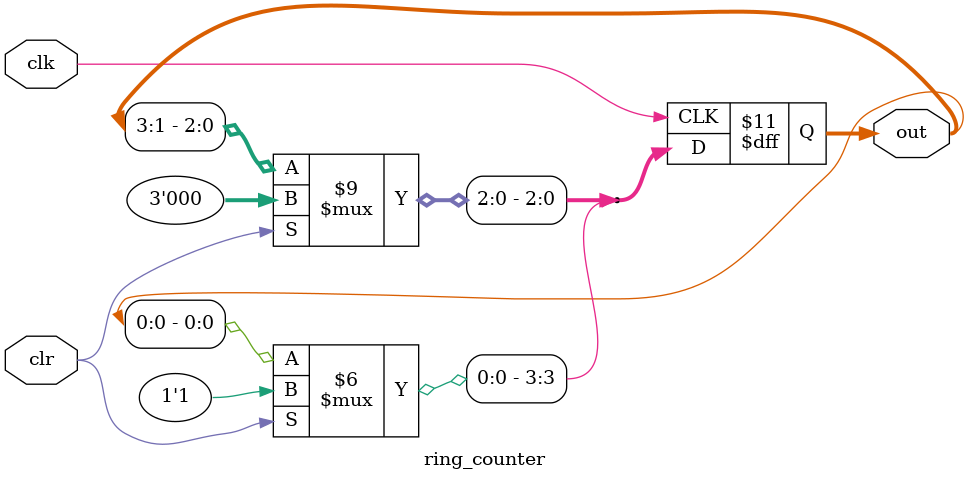
<source format=v>
`timescale 1ns / 1ps

module ring_counter(clk,clr,out);
input clk,clr;
output [3:0] out;
reg [3:0] out;

initial out=4'b1000;

always@(posedge clk) begin
    if(clr==1) begin
        out=4'b1000;
    end
    else begin
        out<=out>>1;
        out[3]<=out[0];
    end
end
endmodule

</source>
